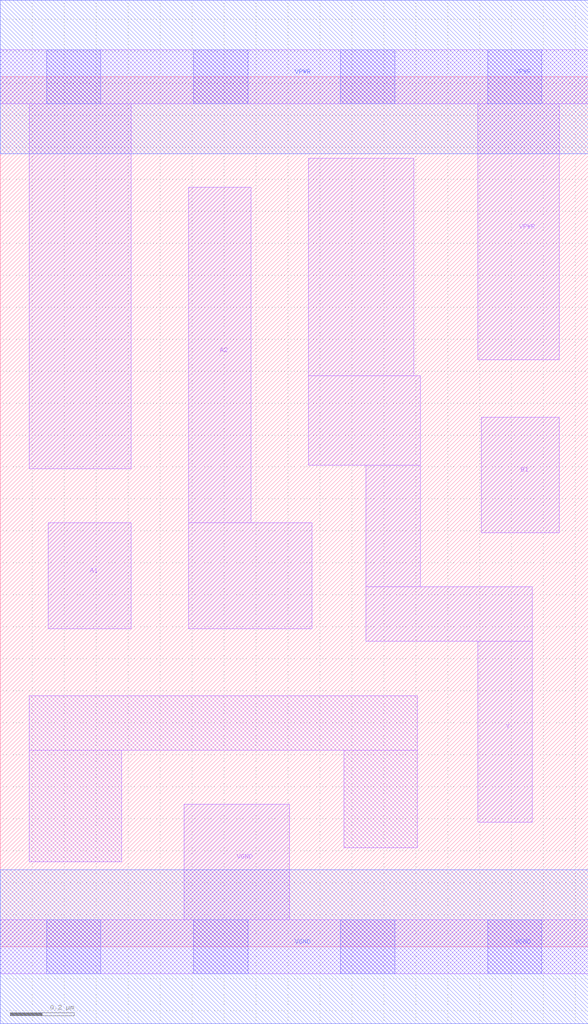
<source format=lef>
# Copyright 2020 The SkyWater PDK Authors
#
# Licensed under the Apache License, Version 2.0 (the "License");
# you may not use this file except in compliance with the License.
# You may obtain a copy of the License at
#
#     https://www.apache.org/licenses/LICENSE-2.0
#
# Unless required by applicable law or agreed to in writing, software
# distributed under the License is distributed on an "AS IS" BASIS,
# WITHOUT WARRANTIES OR CONDITIONS OF ANY KIND, either express or implied.
# See the License for the specific language governing permissions and
# limitations under the License.
#
# SPDX-License-Identifier: Apache-2.0

VERSION 5.7 ;
  NAMESCASESENSITIVE ON ;
  NOWIREEXTENSIONATPIN ON ;
  DIVIDERCHAR "/" ;
  BUSBITCHARS "[]" ;
UNITS
  DATABASE MICRONS 200 ;
END UNITS
MACRO sky130_fd_sc_hd__o21ai_1
  CLASS CORE ;
  SOURCE USER ;
  FOREIGN sky130_fd_sc_hd__o21ai_1 ;
  ORIGIN  0.000000  0.000000 ;
  SIZE  1.840000 BY  2.720000 ;
  SYMMETRY X Y R90 ;
  SITE unithd ;
  PIN A1
    ANTENNAGATEAREA  0.247500 ;
    DIRECTION INPUT ;
    USE SIGNAL ;
    PORT
      LAYER li1 ;
        RECT 0.150000 0.995000 0.410000 1.325000 ;
    END
  END A1
  PIN A2
    ANTENNAGATEAREA  0.247500 ;
    DIRECTION INPUT ;
    USE SIGNAL ;
    PORT
      LAYER li1 ;
        RECT 0.590000 0.995000 0.975000 1.325000 ;
        RECT 0.590000 1.325000 0.785000 2.375000 ;
    END
  END A2
  PIN B1
    ANTENNAGATEAREA  0.202500 ;
    DIRECTION INPUT ;
    USE SIGNAL ;
    PORT
      LAYER li1 ;
        RECT 1.505000 1.295000 1.750000 1.655000 ;
    END
  END B1
  PIN Y
    ANTENNADIFFAREA  0.517000 ;
    DIRECTION OUTPUT ;
    USE SIGNAL ;
    PORT
      LAYER li1 ;
        RECT 0.965000 1.505000 1.315000 1.785000 ;
        RECT 0.965000 1.785000 1.295000 2.465000 ;
        RECT 1.145000 0.955000 1.665000 1.125000 ;
        RECT 1.145000 1.125000 1.315000 1.505000 ;
        RECT 1.495000 0.390000 1.665000 0.955000 ;
    END
  END Y
  PIN VGND
    DIRECTION INOUT ;
    SHAPE ABUTMENT ;
    USE GROUND ;
    PORT
      LAYER li1 ;
        RECT 0.000000 -0.085000 1.840000 0.085000 ;
        RECT 0.575000  0.085000 0.905000 0.445000 ;
      LAYER mcon ;
        RECT 0.145000 -0.085000 0.315000 0.085000 ;
        RECT 0.605000 -0.085000 0.775000 0.085000 ;
        RECT 1.065000 -0.085000 1.235000 0.085000 ;
        RECT 1.525000 -0.085000 1.695000 0.085000 ;
      LAYER met1 ;
        RECT 0.000000 -0.240000 1.840000 0.240000 ;
    END
  END VGND
  PIN VPWR
    DIRECTION INOUT ;
    SHAPE ABUTMENT ;
    USE POWER ;
    PORT
      LAYER li1 ;
        RECT 0.000000 2.635000 1.840000 2.805000 ;
        RECT 0.090000 1.495000 0.410000 2.635000 ;
        RECT 1.495000 1.835000 1.750000 2.635000 ;
      LAYER mcon ;
        RECT 0.145000 2.635000 0.315000 2.805000 ;
        RECT 0.605000 2.635000 0.775000 2.805000 ;
        RECT 1.065000 2.635000 1.235000 2.805000 ;
        RECT 1.525000 2.635000 1.695000 2.805000 ;
      LAYER met1 ;
        RECT 0.000000 2.480000 1.840000 2.960000 ;
    END
  END VPWR
  OBS
    LAYER li1 ;
      RECT 0.090000 0.265000 0.380000 0.615000 ;
      RECT 0.090000 0.615000 1.305000 0.785000 ;
      RECT 1.075000 0.310000 1.305000 0.615000 ;
  END
END sky130_fd_sc_hd__o21ai_1
END LIBRARY

</source>
